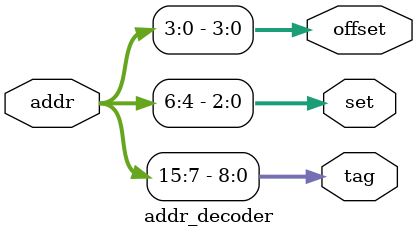
<source format=sv>
module addr_decoder (
input [15:0] addr,
output [8:0] tag,
output [2:0] set, // 8 lines/blocks
output [3:0] offset // 2^4 = 16
);

always_comb 
begin
	tag = addr[15:7];
	set = addr[6:4];
	offset = addr[3:0];
end

endmodule : addr_decoder 
</source>
